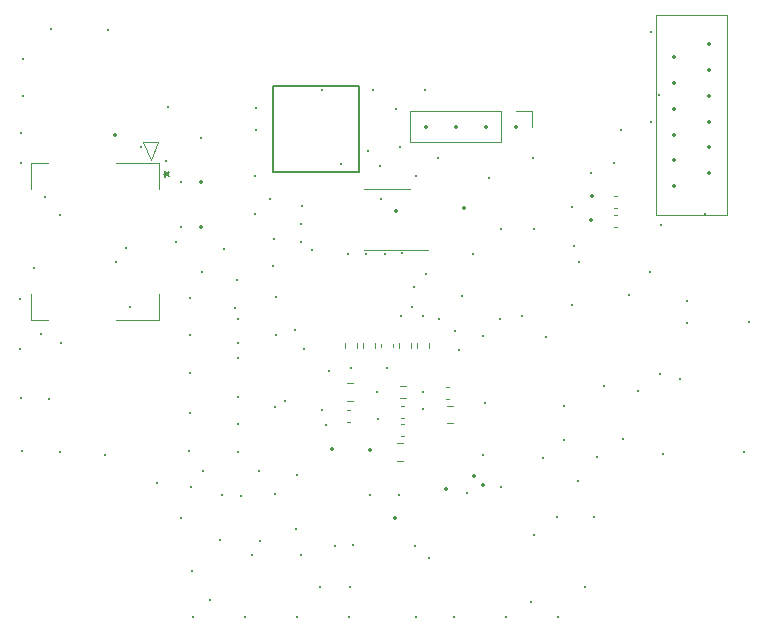
<source format=gbr>
%TF.GenerationSoftware,KiCad,Pcbnew,(6.0.5)*%
%TF.CreationDate,2022-08-22T15:38:44+08:00*%
%TF.ProjectId,SX7H02050048,53583748-3032-4303-9530-3034382e6b69,rev?*%
%TF.SameCoordinates,PX59a5380PY6d321a0*%
%TF.FileFunction,Legend,Top*%
%TF.FilePolarity,Positive*%
%FSLAX46Y46*%
G04 Gerber Fmt 4.6, Leading zero omitted, Abs format (unit mm)*
G04 Created by KiCad (PCBNEW (6.0.5)) date 2022-08-22 15:38:44*
%MOMM*%
%LPD*%
G01*
G04 APERTURE LIST*
%ADD10C,0.150000*%
%ADD11C,0.120000*%
%ADD12C,0.300000*%
%ADD13C,0.350000*%
G04 APERTURE END LIST*
D10*
X116332000Y-68453000D02*
X123571000Y-68453000D01*
X123571000Y-68453000D02*
X123571000Y-75692000D01*
X123571000Y-75692000D02*
X116332000Y-75692000D01*
X116332000Y-75692000D02*
X116332000Y-68453000D01*
%TO.C,J2*%
X107046780Y-75895200D02*
X107284876Y-75895200D01*
X107189638Y-76133295D02*
X107284876Y-75895200D01*
X107189638Y-75657104D01*
X107475352Y-76038057D02*
X107284876Y-75895200D01*
X107475352Y-75752342D01*
D11*
X106669400Y-77132260D02*
X106669400Y-74952313D01*
X95819402Y-88252287D02*
X97299346Y-88252287D01*
X105309400Y-73174313D02*
X106579400Y-73174313D01*
X95819402Y-86072340D02*
X95819402Y-88252287D01*
X97299346Y-74952313D02*
X95819402Y-74952313D01*
X106669400Y-74952313D02*
X102989426Y-74952313D01*
X106669400Y-88252287D02*
X106669400Y-86072340D01*
X105944400Y-74698313D02*
X105309400Y-73174313D01*
X106579400Y-73174313D02*
X105944400Y-74698313D01*
X95819402Y-74952313D02*
X95819402Y-77132260D01*
X102989426Y-88252287D02*
X106669400Y-88252287D01*
%TO.C,C121*%
X127426580Y-98088240D02*
X127145420Y-98088240D01*
X127426580Y-97068240D02*
X127145420Y-97068240D01*
%TO.C,C144*%
X145189420Y-77790000D02*
X145470580Y-77790000D01*
X145189420Y-78810000D02*
X145470580Y-78810000D01*
%TO.C,C118*%
X130957420Y-93889240D02*
X131238580Y-93889240D01*
X130957420Y-94909240D02*
X131238580Y-94909240D01*
%TO.C,U103*%
X125984000Y-82316000D02*
X129434000Y-82316000D01*
X125984000Y-77196000D02*
X124034000Y-77196000D01*
X125984000Y-77196000D02*
X127934000Y-77196000D01*
X125984000Y-82316000D02*
X124034000Y-82316000D01*
%TO.C,C145*%
X145460580Y-79360000D02*
X145179420Y-79360000D01*
X145460580Y-80380000D02*
X145179420Y-80380000D01*
%TO.C,R110*%
X123937500Y-90186742D02*
X123937500Y-90661258D01*
X124982500Y-90186742D02*
X124982500Y-90661258D01*
%TO.C,J101*%
X127946000Y-70552000D02*
X127946000Y-73212000D01*
X138226000Y-70552000D02*
X138226000Y-71882000D01*
X135626000Y-70552000D02*
X135626000Y-73212000D01*
X136896000Y-70552000D02*
X138226000Y-70552000D01*
X135626000Y-70552000D02*
X127946000Y-70552000D01*
X135626000Y-73212000D02*
X127946000Y-73212000D01*
%TO.C,C113*%
X122541420Y-96903000D02*
X122822580Y-96903000D01*
X122541420Y-95883000D02*
X122822580Y-95883000D01*
%TO.C,C119*%
X127327252Y-98706000D02*
X126804748Y-98706000D01*
X127327252Y-100176000D02*
X126804748Y-100176000D01*
%TO.C,R119*%
X122413500Y-90186742D02*
X122413500Y-90661258D01*
X123458500Y-90186742D02*
X123458500Y-90661258D01*
%TO.C,C122*%
X126494000Y-90283420D02*
X126494000Y-90564580D01*
X125474000Y-90283420D02*
X125474000Y-90564580D01*
%TO.C,J1*%
X154750000Y-62450000D02*
X154750000Y-79350000D01*
X148750000Y-62450000D02*
X148750000Y-79350000D01*
X148750000Y-62450000D02*
X154750000Y-62450000D01*
X148750000Y-79350000D02*
X154750000Y-79350000D01*
%TO.C,R116*%
X126985500Y-90661258D02*
X126985500Y-90186742D01*
X128030500Y-90661258D02*
X128030500Y-90186742D01*
%TO.C,C116*%
X122547748Y-95096000D02*
X123070252Y-95096000D01*
X122547748Y-93626000D02*
X123070252Y-93626000D01*
%TO.C,L103*%
X127557258Y-94883500D02*
X127082742Y-94883500D01*
X127557258Y-93838500D02*
X127082742Y-93838500D01*
%TO.C,C117*%
X131056748Y-95531000D02*
X131579252Y-95531000D01*
X131056748Y-97001000D02*
X131579252Y-97001000D01*
%TO.C,R109*%
X129554500Y-90661258D02*
X129554500Y-90186742D01*
X128509500Y-90661258D02*
X128509500Y-90186742D01*
%TO.C,C120*%
X127426580Y-96522000D02*
X127145420Y-96522000D01*
X127426580Y-95502000D02*
X127145420Y-95502000D01*
%TD*%
D12*
X107442000Y-70256400D03*
X114858800Y-70307200D03*
X149047200Y-92862400D03*
X110388400Y-101041200D03*
X102057200Y-99669600D03*
X98298000Y-99415600D03*
X97383600Y-94945200D03*
X98348800Y-90220800D03*
X112166400Y-82245200D03*
X116382800Y-81432400D03*
X116281200Y-83718400D03*
X116586000Y-86309200D03*
X118211600Y-89103200D03*
X116586000Y-89509600D03*
X110286800Y-84226400D03*
X117348000Y-95148400D03*
X116484400Y-95605600D03*
X116484400Y-103022400D03*
X115150348Y-101051992D03*
X112014000Y-103073200D03*
X113588800Y-103124000D03*
X114808000Y-79248000D03*
X114808000Y-76047600D03*
X114858800Y-72136000D03*
X116027200Y-77978000D03*
X113131600Y-87274400D03*
X113385600Y-90170000D03*
X113378518Y-99433994D03*
X113334800Y-97028000D03*
X113385600Y-94742000D03*
X113385600Y-88138000D03*
X113284000Y-84886800D03*
X104190800Y-87122000D03*
X103022400Y-83362800D03*
X103886000Y-82194400D03*
X96672400Y-89458800D03*
X97028000Y-77876400D03*
X109270800Y-86410800D03*
X109270800Y-89501611D03*
X109270800Y-92760800D03*
X109270800Y-96113600D03*
X109220000Y-99364800D03*
X109372400Y-102412800D03*
X108102400Y-81647300D03*
X107289600Y-74828400D03*
X105156000Y-73609200D03*
X110236000Y-72847200D03*
X108559600Y-80416400D03*
X108559600Y-76581000D03*
D13*
X110185200Y-76606400D03*
X110236000Y-80365600D03*
X102959400Y-72599300D03*
D12*
X102362000Y-63703200D03*
X130302000Y-74549000D03*
X97536000Y-63652400D03*
X121031000Y-92583000D03*
X123113800Y-107340400D03*
X94996000Y-75000000D03*
X141605000Y-86995000D03*
X145796000Y-72136000D03*
X113385600Y-91453780D03*
X109499400Y-113411000D03*
D13*
X130938280Y-102576500D03*
D12*
X148336000Y-63881000D03*
X125984000Y-92329000D03*
X140970000Y-95504000D03*
X114528600Y-108127800D03*
X149175000Y-80225000D03*
X140462000Y-113411000D03*
X150749000Y-93218000D03*
X143764000Y-99822000D03*
X140970000Y-98425000D03*
X128422400Y-113411000D03*
X132285506Y-86185110D03*
X138303000Y-74549000D03*
X129514600Y-108432600D03*
D13*
X126746000Y-78994000D03*
D12*
X132715000Y-102895400D03*
X140335000Y-104902000D03*
X118961900Y-90678000D03*
X122769084Y-113411000D03*
X122834400Y-110845600D03*
X131615540Y-113411000D03*
X134239000Y-95250000D03*
X118694200Y-81686400D03*
X156210000Y-99441000D03*
X139192000Y-99949000D03*
X138430000Y-106426000D03*
X135636000Y-102362000D03*
X156591000Y-88392000D03*
X118668800Y-80086200D03*
X151384000Y-88519000D03*
X94894400Y-86512400D03*
X141650000Y-78725000D03*
X127076200Y-73634600D03*
X125399800Y-75209400D03*
X143256000Y-75819000D03*
X121539000Y-107391200D03*
X137414000Y-87884000D03*
X142174047Y-83313290D03*
X128397000Y-76073000D03*
X142748000Y-110871000D03*
X128295400Y-107365800D03*
X138176000Y-112141000D03*
X125222000Y-96647000D03*
D13*
X132461000Y-78740000D03*
D12*
X131699000Y-89154000D03*
X148336000Y-71501000D03*
X95046800Y-99364800D03*
X95148400Y-66192400D03*
X124333000Y-73914000D03*
X120426480Y-68783200D03*
X125095000Y-94361000D03*
X109474000Y-109474000D03*
X125476000Y-77978000D03*
X144373600Y-93878400D03*
X129286000Y-84328000D03*
X134112000Y-99695000D03*
X118719600Y-108127800D03*
X118345856Y-113411000D03*
X120777000Y-97155000D03*
X111861600Y-106883200D03*
X134620000Y-76200000D03*
X94996000Y-72390000D03*
X94894400Y-90728800D03*
X143510000Y-104902000D03*
X95148400Y-69291200D03*
X106476800Y-102057200D03*
D13*
X121310400Y-99187000D03*
X126605300Y-105003600D03*
D12*
X145161000Y-74930000D03*
X120319800Y-110871000D03*
X129184400Y-68783200D03*
X148971000Y-69215000D03*
X147193000Y-94234000D03*
X145923000Y-98298000D03*
X118313200Y-101346000D03*
X115214400Y-106934000D03*
X113922628Y-113411000D03*
X110947200Y-111963200D03*
X122072400Y-75006200D03*
X94945200Y-94894400D03*
X118237000Y-105918000D03*
X124805440Y-68783200D03*
X152908000Y-79248000D03*
X149352000Y-99568000D03*
X136038768Y-113411000D03*
X108508800Y-105003600D03*
X142113000Y-101854000D03*
D13*
X124510800Y-99237800D03*
D12*
X130368000Y-88199000D03*
X128270000Y-85471000D03*
X120478931Y-95901742D03*
X135509000Y-88138000D03*
D13*
X134112000Y-102235000D03*
D12*
X129032000Y-94361000D03*
D13*
X133324600Y-101447600D03*
D12*
X126738000Y-70350000D03*
X129032000Y-95758000D03*
X127254000Y-82550000D03*
D13*
X143280000Y-77790000D03*
X143230000Y-79790000D03*
D12*
X133223000Y-82677000D03*
X141800000Y-81950000D03*
X146411500Y-86168500D03*
X98247200Y-79375000D03*
X96113600Y-83820000D03*
X129032000Y-87884000D03*
X127127000Y-87884000D03*
X138430000Y-80518000D03*
X135636000Y-80518000D03*
X122936000Y-92329000D03*
X134112000Y-89599000D03*
X132080000Y-90805000D03*
X139446000Y-89724000D03*
X151370000Y-86614000D03*
X119634000Y-82346800D03*
X124206000Y-82677000D03*
X125769500Y-82671616D03*
X118745000Y-78562200D03*
X122682000Y-82677000D03*
X124561600Y-103073200D03*
X127000000Y-103047800D03*
X128065600Y-87171600D03*
X148225000Y-84205000D03*
D13*
X136896000Y-71882000D03*
X134356000Y-71882000D03*
X131816000Y-71882000D03*
X129276000Y-71882000D03*
X153250000Y-75850000D03*
X153250000Y-73650000D03*
X153250000Y-71450000D03*
X153250000Y-69250000D03*
X153250000Y-67050000D03*
X153250000Y-64850000D03*
X150250000Y-76950000D03*
X150250000Y-74750000D03*
X150250000Y-72550000D03*
X150250000Y-70350000D03*
X150250000Y-68150000D03*
X150250000Y-65950000D03*
M02*

</source>
